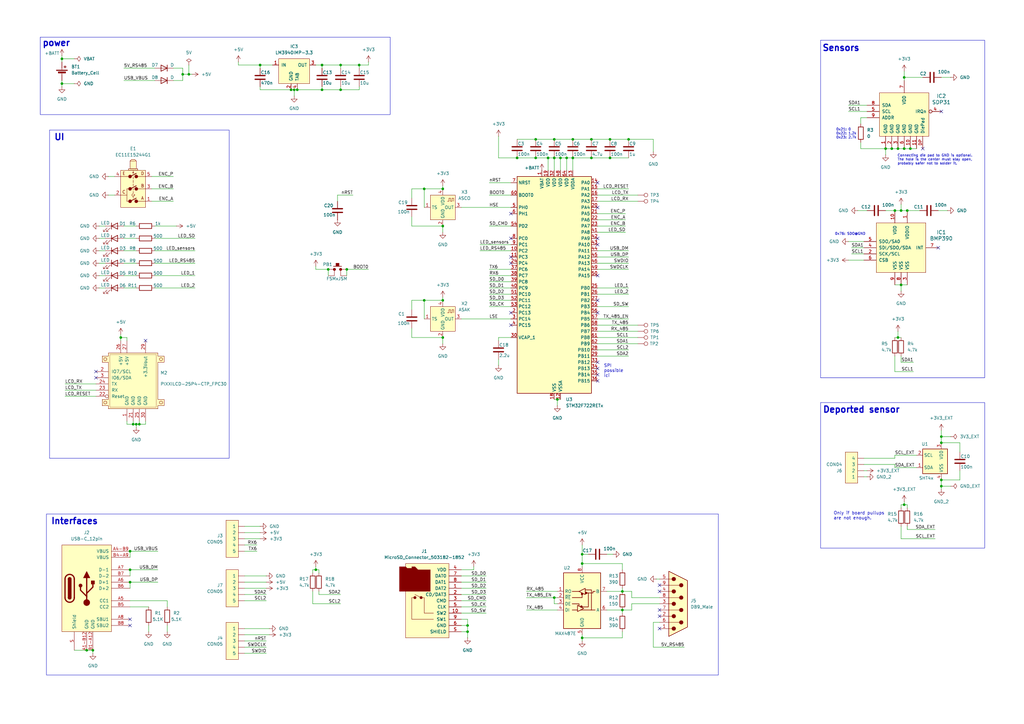
<source format=kicad_sch>
(kicad_sch (version 20231120) (generator "eeschema") (generator_version "8.0")
  (paper "A3")
  (junction (at 181.61 138.43))
  (junction (at 234.95 57.15))
  (junction (at 224.79 64.77))
  (junction (at 386.08 199.39))
  (junction (at 386.08 181.61))
  (junction (at 363.22 60.96))
  (junction (at 147.32 26.67))
  (junction (at 53.34 226.06))
  (junction (at 54.61 173.99))
  (junction (at 255.27 250.19))
  (junction (at 173.99 123.19))
  (junction (at 134.62 110.49))
  (junction (at 372.11 86.36))
  (junction (at 191.77 259.08))
  (junction (at 49.53 138.43))
  (junction (at 250.19 57.15))
  (junction (at 106.68 26.67))
  (junction (at 234.95 64.77))
  (junction (at 370.84 31.75))
  (junction (at 219.71 64.77))
  (junction (at 238.76 227.33))
  (junction (at 255.27 242.57))
  (junction (at 219.71 57.15))
  (junction (at 139.7 36.83))
  (junction (at 370.84 207.01))
  (junction (at 238.76 231.14))
  (junction (at 232.41 64.77))
  (junction (at 227.33 64.77))
  (junction (at 120.65 36.83))
  (junction (at 181.61 77.47))
  (junction (at 386.08 196.85))
  (junction (at 369.57 86.36))
  (junction (at 38.1 266.7))
  (junction (at 242.57 64.77))
  (junction (at 35.56 266.7))
  (junction (at 25.4 34.29))
  (junction (at 257.81 57.15))
  (junction (at 132.08 36.83))
  (junction (at 181.61 92.71))
  (junction (at 229.87 64.77))
  (junction (at 173.99 77.47))
  (junction (at 212.09 64.77))
  (junction (at 53.34 233.68))
  (junction (at 227.33 245.11))
  (junction (at 74.93 30.48))
  (junction (at 57.15 173.99))
  (junction (at 25.4 24.13))
  (junction (at 367.03 86.36))
  (junction (at 53.34 238.76))
  (junction (at 139.7 26.67))
  (junction (at 369.57 116.84))
  (junction (at 242.57 57.15))
  (junction (at 129.54 233.68))
  (junction (at 368.3 60.96))
  (junction (at 238.76 261.62))
  (junction (at 386.08 179.07))
  (junction (at 228.6 163.83))
  (junction (at 142.24 110.49))
  (junction (at 77.47 30.48))
  (junction (at 370.84 60.96))
  (junction (at 55.88 173.99))
  (junction (at 119.38 36.83))
  (junction (at 191.77 256.54))
  (junction (at 121.92 36.83))
  (junction (at 365.76 60.96))
  (junction (at 250.19 64.77))
  (junction (at 373.38 60.96))
  (junction (at 227.33 57.15))
  (junction (at 368.3 138.43))
  (junction (at 181.61 123.19))
  (junction (at 132.08 26.67))
  (no_connect (at 59.69 139.7))
  (no_connect (at 245.11 148.59))
  (no_connect (at 245.11 153.67))
  (no_connect (at 245.11 123.19))
  (no_connect (at 245.11 113.03))
  (no_connect (at 384.81 101.6))
  (no_connect (at 209.55 87.63))
  (no_connect (at 39.37 154.94))
  (no_connect (at 209.55 107.95))
  (no_connect (at 270.51 240.03))
  (no_connect (at 209.55 128.27))
  (no_connect (at 245.11 128.27))
  (no_connect (at 245.11 97.79))
  (no_connect (at 53.34 254))
  (no_connect (at 245.11 156.21))
  (no_connect (at 270.51 252.73))
  (no_connect (at 53.34 256.54))
  (no_connect (at 378.46 60.96))
  (no_connect (at 245.11 74.93))
  (no_connect (at 270.51 250.19))
  (no_connect (at 386.08 45.72))
  (no_connect (at 270.51 257.81))
  (no_connect (at 209.55 97.79))
  (no_connect (at 245.11 85.09))
  (no_connect (at 39.37 152.4))
  (no_connect (at 245.11 151.13))
  (no_connect (at 209.55 105.41))
  (no_connect (at 270.51 242.57))
  (no_connect (at 209.55 133.35))
  (no_connect (at 245.11 100.33))
  (wire (pts (xy 353.06 60.96) (xy 363.22 60.96)))
  (wire (pts (xy 386.08 31.75) (xy 389.89 31.75)))
  (wire (pts (xy 181.61 121.92) (xy 181.61 123.19)))
  (wire (pts (xy 245.11 130.81) (xy 257.81 130.81)))
  (wire (pts (xy 267.97 57.15) (xy 257.81 57.15)))
  (wire (pts (xy 128.27 242.57) (xy 128.27 247.65)))
  (wire (pts (xy 173.99 77.47) (xy 181.61 77.47)))
  (wire (pts (xy 372.11 215.9) (xy 372.11 217.17)))
  (wire (pts (xy 181.61 76.2) (xy 181.61 77.47)))
  (wire (pts (xy 200.66 125.73) (xy 209.55 125.73)))
  (wire (pts (xy 354.33 187.96) (xy 367.03 187.96)))
  (wire (pts (xy 189.23 254) (xy 191.77 254)))
  (wire (pts (xy 128.27 234.95) (xy 128.27 233.68)))
  (wire (pts (xy 142.24 110.49) (xy 151.13 110.49)))
  (wire (pts (xy 250.19 64.77) (xy 257.81 64.77)))
  (wire (pts (xy 369.57 86.36) (xy 372.11 86.36)))
  (wire (pts (xy 120.65 36.83) (xy 120.65 39.37)))
  (wire (pts (xy 132.08 36.83) (xy 139.7 36.83)))
  (wire (pts (xy 386.08 181.61) (xy 393.7 181.61)))
  (wire (pts (xy 200.66 92.71) (xy 209.55 92.71)))
  (wire (pts (xy 35.56 266.7) (xy 38.1 266.7)))
  (wire (pts (xy 132.08 26.67) (xy 132.08 27.94)))
  (wire (pts (xy 189.23 241.3) (xy 199.39 241.3)))
  (wire (pts (xy 40.64 113.03) (xy 43.18 113.03)))
  (wire (pts (xy 147.32 26.67) (xy 147.32 27.94)))
  (wire (pts (xy 68.58 256.54) (xy 68.58 259.08)))
  (wire (pts (xy 200.66 80.01) (xy 209.55 80.01)))
  (wire (pts (xy 40.64 97.79) (xy 43.18 97.79)))
  (wire (pts (xy 59.69 172.72) (xy 59.69 173.99)))
  (wire (pts (xy 71.12 27.94) (xy 74.93 27.94)))
  (wire (pts (xy 204.47 138.43) (xy 204.47 139.7)))
  (wire (pts (xy 173.99 77.47) (xy 173.99 85.09)))
  (wire (pts (xy 50.8 102.87) (xy 55.88 102.87)))
  (wire (pts (xy 189.23 236.22) (xy 199.39 236.22)))
  (wire (pts (xy 386.08 176.53) (xy 386.08 179.07)))
  (wire (pts (xy 245.11 146.05) (xy 257.81 146.05)))
  (wire (pts (xy 386.08 179.07) (xy 386.08 181.61)))
  (wire (pts (xy 63.5 107.95) (xy 80.01 107.95)))
  (wire (pts (xy 370.84 60.96) (xy 373.38 60.96)))
  (wire (pts (xy 200.66 74.93) (xy 209.55 74.93)))
  (wire (pts (xy 191.77 259.08) (xy 191.77 256.54)))
  (wire (pts (xy 147.32 26.67) (xy 151.13 26.67)))
  (wire (pts (xy 62.23 72.39) (xy 71.12 72.39)))
  (wire (pts (xy 245.11 140.97) (xy 261.62 140.97)))
  (wire (pts (xy 144.78 80.01) (xy 138.43 80.01)))
  (wire (pts (xy 138.43 80.01) (xy 138.43 82.55)))
  (wire (pts (xy 53.34 226.06) (xy 64.77 226.06)))
  (wire (pts (xy 351.79 86.36) (xy 355.6 86.36)))
  (wire (pts (xy 204.47 64.77) (xy 212.09 64.77)))
  (wire (pts (xy 227.33 64.77) (xy 229.87 64.77)))
  (wire (pts (xy 245.11 120.65) (xy 257.81 120.65)))
  (wire (pts (xy 49.53 137.16) (xy 49.53 138.43)))
  (wire (pts (xy 386.08 199.39) (xy 389.89 199.39)))
  (wire (pts (xy 374.65 148.59) (xy 369.57 148.59)))
  (wire (pts (xy 128.27 233.68) (xy 129.54 233.68)))
  (wire (pts (xy 134.62 110.49) (xy 134.62 113.03)))
  (wire (pts (xy 173.99 123.19) (xy 173.99 130.81)))
  (wire (pts (xy 105.41 223.52) (xy 100.33 223.52)))
  (wire (pts (xy 259.08 250.19) (xy 259.08 247.65)))
  (wire (pts (xy 57.15 172.72) (xy 57.15 173.99)))
  (wire (pts (xy 189.23 233.68) (xy 194.31 233.68)))
  (wire (pts (xy 50.8 113.03) (xy 55.88 113.03)))
  (wire (pts (xy 232.41 64.77) (xy 232.41 69.85)))
  (wire (pts (xy 130.81 243.84) (xy 139.7 243.84)))
  (wire (pts (xy 229.87 64.77) (xy 232.41 64.77)))
  (wire (pts (xy 63.5 118.11) (xy 80.01 118.11)))
  (wire (pts (xy 63.5 102.87) (xy 80.01 102.87)))
  (wire (pts (xy 270.51 245.11) (xy 259.08 245.11)))
  (wire (pts (xy 106.68 26.67) (xy 106.68 27.94)))
  (wire (pts (xy 151.13 25.4) (xy 151.13 26.67)))
  (wire (pts (xy 200.66 113.03) (xy 209.55 113.03)))
  (wire (pts (xy 354.33 190.5) (xy 367.03 190.5)))
  (wire (pts (xy 50.8 33.02) (xy 63.5 33.02)))
  (wire (pts (xy 74.93 30.48) (xy 77.47 30.48)))
  (wire (pts (xy 368.3 135.89) (xy 368.3 138.43)))
  (wire (pts (xy 129.54 109.22) (xy 129.54 110.49)))
  (wire (pts (xy 267.97 255.27) (xy 270.51 255.27)))
  (wire (pts (xy 386.08 199.39) (xy 386.08 200.66)))
  (wire (pts (xy 196.85 100.33) (xy 209.55 100.33)))
  (wire (pts (xy 74.93 33.02) (xy 71.12 33.02)))
  (wire (pts (xy 250.19 57.15) (xy 257.81 57.15)))
  (wire (pts (xy 255.27 250.19) (xy 259.08 250.19)))
  (wire (pts (xy 52.07 138.43) (xy 49.53 138.43)))
  (wire (pts (xy 363.22 60.96) (xy 363.22 63.5)))
  (wire (pts (xy 97.79 26.67) (xy 106.68 26.67)))
  (wire (pts (xy 215.9 250.19) (xy 228.6 250.19)))
  (wire (pts (xy 370.84 207.01) (xy 370.84 205.74)))
  (wire (pts (xy 173.99 123.19) (xy 181.61 123.19)))
  (wire (pts (xy 354.33 193.04) (xy 355.6 193.04)))
  (wire (pts (xy 189.23 243.84) (xy 199.39 243.84)))
  (wire (pts (xy 386.08 196.85) (xy 386.08 199.39)))
  (wire (pts (xy 25.4 34.29) (xy 30.48 34.29)))
  (wire (pts (xy 238.76 223.52) (xy 238.76 227.33)))
  (wire (pts (xy 168.91 134.62) (xy 168.91 138.43)))
  (wire (pts (xy 227.33 163.83) (xy 228.6 163.83)))
  (wire (pts (xy 50.8 107.95) (xy 55.88 107.95)))
  (wire (pts (xy 363.22 60.96) (xy 365.76 60.96)))
  (wire (pts (xy 53.34 246.38) (xy 68.58 246.38)))
  (wire (pts (xy 50.8 27.94) (xy 63.5 27.94)))
  (wire (pts (xy 74.93 27.94) (xy 74.93 30.48)))
  (wire (pts (xy 372.11 208.28) (xy 372.11 207.01)))
  (wire (pts (xy 106.68 36.83) (xy 119.38 36.83)))
  (wire (pts (xy 238.76 260.35) (xy 238.76 261.62)))
  (wire (pts (xy 60.96 256.54) (xy 60.96 259.08)))
  (wire (pts (xy 267.97 62.23) (xy 267.97 57.15)))
  (wire (pts (xy 204.47 55.88) (xy 204.47 64.77)))
  (wire (pts (xy 196.85 102.87) (xy 209.55 102.87)))
  (wire (pts (xy 26.67 157.48) (xy 39.37 157.48)))
  (wire (pts (xy 369.57 207.01) (xy 370.84 207.01)))
  (wire (pts (xy 168.91 138.43) (xy 181.61 138.43)))
  (wire (pts (xy 245.11 135.89) (xy 261.62 135.89)))
  (wire (pts (xy 189.23 246.38) (xy 199.39 246.38)))
  (wire (pts (xy 53.34 233.68) (xy 53.34 236.22)))
  (wire (pts (xy 129.54 233.68) (xy 129.54 232.41)))
  (wire (pts (xy 49.53 138.43) (xy 49.53 139.7)))
  (wire (pts (xy 347.98 106.68) (xy 354.33 106.68)))
  (wire (pts (xy 109.22 265.43) (xy 100.33 265.43)))
  (wire (pts (xy 372.11 86.36) (xy 377.19 86.36)))
  (wire (pts (xy 245.11 118.11) (xy 257.81 118.11)))
  (wire (pts (xy 62.23 82.55) (xy 71.12 82.55)))
  (wire (pts (xy 245.11 82.55) (xy 261.62 82.55)))
  (wire (pts (xy 245.11 87.63) (xy 256.54 87.63)))
  (wire (pts (xy 200.66 110.49) (xy 209.55 110.49)))
  (wire (pts (xy 255.27 231.14) (xy 255.27 233.68)))
  (wire (pts (xy 245.11 138.43) (xy 261.62 138.43)))
  (wire (pts (xy 349.25 101.6) (xy 354.33 101.6)))
  (wire (pts (xy 369.57 215.9) (xy 369.57 220.98)))
  (wire (pts (xy 139.7 36.83) (xy 147.32 36.83)))
  (wire (pts (xy 215.9 242.57) (xy 228.6 242.57)))
  (wire (pts (xy 106.68 35.56) (xy 106.68 36.83)))
  (wire (pts (xy 110.49 257.81) (xy 100.33 257.81)))
  (wire (pts (xy 189.23 238.76) (xy 199.39 238.76)))
  (wire (pts (xy 38.1 266.7) (xy 38.1 267.97)))
  (wire (pts (xy 53.34 238.76) (xy 64.77 238.76)))
  (wire (pts (xy 372.11 217.17) (xy 383.54 217.17)))
  (wire (pts (xy 234.95 64.77) (xy 234.95 69.85)))
  (wire (pts (xy 234.95 57.15) (xy 242.57 57.15)))
  (wire (pts (xy 55.88 173.99) (xy 57.15 173.99)))
  (wire (pts (xy 59.69 173.99) (xy 57.15 173.99)))
  (wire (pts (xy 224.79 64.77) (xy 227.33 64.77)))
  (wire (pts (xy 393.7 181.61) (xy 393.7 185.42)))
  (wire (pts (xy 25.4 24.13) (xy 30.48 24.13)))
  (wire (pts (xy 228.6 163.83) (xy 229.87 163.83)))
  (wire (pts (xy 245.11 105.41) (xy 257.81 105.41)))
  (wire (pts (xy 370.84 29.21) (xy 370.84 31.75)))
  (wire (pts (xy 373.38 60.96) (xy 375.92 60.96)))
  (wire (pts (xy 224.79 64.77) (xy 224.79 69.85)))
  (wire (pts (xy 349.25 104.14) (xy 354.33 104.14)))
  (wire (pts (xy 189.23 85.09) (xy 209.55 85.09)))
  (wire (pts (xy 238.76 261.62) (xy 238.76 262.89)))
  (wire (pts (xy 238.76 231.14) (xy 238.76 232.41)))
  (wire (pts (xy 30.48 266.7) (xy 35.56 266.7)))
  (wire (pts (xy 248.92 250.19) (xy 255.27 250.19)))
  (wire (pts (xy 204.47 147.32) (xy 204.47 149.86)))
  (wire (pts (xy 129.54 110.49) (xy 134.62 110.49)))
  (wire (pts (xy 245.11 80.01) (xy 261.62 80.01)))
  (wire (pts (xy 200.66 120.65) (xy 209.55 120.65)))
  (wire (pts (xy 367.03 187.96) (xy 367.03 186.69)))
  (wire (pts (xy 259.08 242.57) (xy 255.27 242.57)))
  (wire (pts (xy 25.4 22.86) (xy 25.4 24.13)))
  (wire (pts (xy 267.97 265.43) (xy 267.97 255.27)))
  (wire (pts (xy 53.34 233.68) (xy 64.77 233.68)))
  (wire (pts (xy 369.57 116.84) (xy 369.57 119.38)))
  (wire (pts (xy 245.11 133.35) (xy 261.62 133.35)))
  (wire (pts (xy 238.76 227.33) (xy 241.3 227.33)))
  (wire (pts (xy 50.8 118.11) (xy 55.88 118.11)))
  (wire (pts (xy 100.33 246.38) (xy 109.22 246.38)))
  (wire (pts (xy 200.66 115.57) (xy 209.55 115.57)))
  (wire (pts (xy 255.27 241.3) (xy 255.27 242.57)))
  (wire (pts (xy 191.77 261.62) (xy 191.77 259.08)))
  (wire (pts (xy 168.91 123.19) (xy 173.99 123.19)))
  (wire (pts (xy 365.76 60.96) (xy 368.3 60.96)))
  (wire (pts (xy 209.55 138.43) (xy 204.47 138.43)))
  (wire (pts (xy 219.71 64.77) (xy 224.79 64.77)))
  (wire (pts (xy 100.33 236.22) (xy 109.22 236.22)))
  (wire (pts (xy 189.23 251.46) (xy 199.39 251.46)))
  (wire (pts (xy 52.07 172.72) (xy 52.07 173.99)))
  (wire (pts (xy 168.91 77.47) (xy 173.99 77.47)))
  (wire (pts (xy 100.33 243.84) (xy 109.22 243.84)))
  (wire (pts (xy 106.68 26.67) (xy 111.76 26.67)))
  (wire (pts (xy 367.03 186.69) (xy 375.92 186.69)))
  (wire (pts (xy 355.6 48.26) (xy 353.06 48.26)))
  (wire (pts (xy 368.3 138.43) (xy 369.57 138.43)))
  (wire (pts (xy 50.8 97.79) (xy 55.88 97.79)))
  (wire (pts (xy 130.81 234.95) (xy 130.81 233.68)))
  (wire (pts (xy 227.33 247.65) (xy 227.33 245.11)))
  (wire (pts (xy 26.67 160.02) (xy 39.37 160.02)))
  (wire (pts (xy 109.22 262.89) (xy 100.33 262.89)))
  (wire (pts (xy 227.33 245.11) (xy 228.6 245.11)))
  (wire (pts (xy 40.64 102.87) (xy 43.18 102.87)))
  (wire (pts (xy 353.06 58.42) (xy 353.06 60.96)))
  (wire (pts (xy 26.67 162.56) (xy 39.37 162.56)))
  (wire (pts (xy 245.11 102.87) (xy 257.81 102.87)))
  (wire (pts (xy 106.68 218.44) (xy 100.33 218.44)))
  (wire (pts (xy 212.09 64.77) (xy 219.71 64.77)))
  (wire (pts (xy 63.5 97.79) (xy 80.01 97.79)))
  (wire (pts (xy 269.24 237.49) (xy 270.51 237.49)))
  (wire (pts (xy 347.98 43.18) (xy 355.6 43.18)))
  (wire (pts (xy 168.91 92.71) (xy 181.61 92.71)))
  (wire (pts (xy 44.45 80.01) (xy 46.99 80.01)))
  (wire (pts (xy 119.38 36.83) (xy 120.65 36.83)))
  (wire (pts (xy 77.47 30.48) (xy 78.74 30.48)))
  (wire (pts (xy 40.64 92.71) (xy 43.18 92.71)))
  (wire (pts (xy 132.08 35.56) (xy 132.08 36.83)))
  (wire (pts (xy 369.57 208.28) (xy 369.57 207.01)))
  (wire (pts (xy 62.23 77.47) (xy 71.12 77.47)))
  (wire (pts (xy 106.68 220.98) (xy 100.33 220.98)))
  (wire (pts (xy 139.7 26.67) (xy 139.7 27.94)))
  (wire (pts (xy 100.33 241.3) (xy 109.22 241.3)))
  (wire (pts (xy 168.91 88.9) (xy 168.91 92.71)))
  (wire (pts (xy 97.79 25.4) (xy 97.79 26.67)))
  (wire (pts (xy 242.57 64.77) (xy 250.19 64.77)))
  (wire (pts (xy 245.11 107.95) (xy 257.81 107.95)))
  (wire (pts (xy 384.81 86.36) (xy 388.62 86.36)))
  (wire (pts (xy 189.23 130.81) (xy 209.55 130.81)))
  (wire (pts (xy 248.92 227.33) (xy 251.46 227.33)))
  (wire (pts (xy 181.61 138.43) (xy 181.61 140.97)))
  (wire (pts (xy 229.87 64.77) (xy 229.87 69.85)))
  (wire (pts (xy 53.34 248.92) (xy 60.96 248.92)))
  (wire (pts (xy 130.81 233.68) (xy 129.54 233.68)))
  (wire (pts (xy 139.7 26.67) (xy 147.32 26.67)))
  (wire (pts (xy 238.76 227.33) (xy 238.76 231.14)))
  (wire (pts (xy 54.61 173.99) (xy 54.61 172.72)))
  (wire (pts (xy 378.46 31.75) (xy 370.84 31.75)))
  (wire (pts (xy 77.47 26.67) (xy 77.47 30.48)))
  (wire (pts (xy 50.8 92.71) (xy 55.88 92.71)))
  (wire (pts (xy 255.27 250.19) (xy 255.27 251.46)))
  (wire (pts (xy 44.45 72.39) (xy 46.99 72.39)))
  (wire (pts (xy 132.08 26.67) (xy 139.7 26.67)))
  (wire (pts (xy 100.33 238.76) (xy 109.22 238.76)))
  (wire (pts (xy 245.11 110.49) (xy 257.81 110.49)))
  (wire (pts (xy 128.27 247.65) (xy 139.7 247.65)))
  (wire (pts (xy 53.34 226.06) (xy 53.34 228.6)))
  (wire (pts (xy 234.95 64.77) (xy 242.57 64.77)))
  (wire (pts (xy 181.61 92.71) (xy 181.61 95.25)))
  (wire (pts (xy 347.98 45.72) (xy 355.6 45.72)))
  (wire (pts (xy 74.93 30.48) (xy 74.93 33.02)))
  (wire (pts (xy 142.24 113.03) (xy 142.24 110.49)))
  (wire (pts (xy 40.64 118.11) (xy 43.18 118.11)))
  (wire (pts (xy 168.91 127) (xy 168.91 123.19)))
  (wire (pts (xy 191.77 256.54) (xy 189.23 256.54)))
  (wire (pts (xy 219.71 57.15) (xy 227.33 57.15)))
  (wire (pts (xy 120.65 36.83) (xy 121.92 36.83)))
  (wire (pts (xy 367.03 116.84) (xy 369.57 116.84)))
  (wire (pts (xy 386.08 179.07) (xy 389.89 179.07)))
  (wire (pts (xy 109.22 267.97) (xy 100.33 267.97)))
  (wire (pts (xy 147.32 35.56) (xy 147.32 36.83)))
  (wire (pts (xy 259.08 247.65) (xy 270.51 247.65)))
  (wire (pts (xy 40.64 107.95) (xy 43.18 107.95)))
  (wire (pts (xy 374.65 152.4) (xy 367.03 152.4)))
  (wire (pts (xy 354.33 195.58) (xy 355.6 195.58)))
  (wire (pts (xy 54.61 173.99) (xy 55.88 173.99)))
  (wire (pts (xy 370.84 31.75) (xy 370.84 33.02)))
  (wire (pts (xy 245.11 143.51) (xy 257.81 143.51)))
  (wire (pts (xy 105.41 226.06) (xy 100.33 226.06)))
  (wire (pts (xy 347.98 99.06) (xy 354.33 99.06)))
  (wire (pts (xy 245.11 77.47) (xy 257.81 77.47)))
  (wire (pts (xy 215.9 245.11) (xy 227.33 245.11)))
  (wire (pts (xy 228.6 163.83) (xy 228.6 166.37)))
  (wire (pts (xy 189.23 259.08) (xy 191.77 259.08)))
  (wire (pts (xy 129.54 26.67) (xy 132.08 26.67)))
  (wire (pts (xy 191.77 254) (xy 191.77 256.54)))
  (wire (pts (xy 245.11 125.73) (xy 257.81 125.73)))
  (wire (pts (xy 52.07 139.7) (xy 52.07 138.43)))
  (wire (pts (xy 110.49 260.35) (xy 100.33 260.35)))
  (wire (pts (xy 139.7 35.56) (xy 139.7 36.83)))
  (wire (pts (xy 212.09 57.15) (xy 219.71 57.15)))
  (wire (pts (xy 25.4 34.29) (xy 25.4 35.56)))
  (wire (pts (xy 245.11 92.71) (xy 256.54 92.71)))
  (wire (pts (xy 369.57 220.98) (xy 383.54 220.98)))
  (wire (pts (xy 228.6 247.65) (xy 227.33 247.65)))
  (wire (pts (xy 25.4 33.02) (xy 25.4 34.29)))
  (wire (pts (xy 248.92 242.57) (xy 255.27 242.57)))
  (wire (pts (xy 52.07 173.99) (xy 54.61 173.99)))
  (wire (pts (xy 238.76 231.14) (xy 255.27 231.14)))
  (wire (pts (xy 255.27 261.62) (xy 238.76 261.62)))
  (wire (pts (xy 245.11 95.25) (xy 256.54 95.25)))
  (wire (pts (xy 232.41 64.77) (xy 234.95 64.77)))
  (wire (pts (xy 200.66 118.11) (xy 209.55 118.11)))
  (wire (pts (xy 227.33 57.15) (xy 234.95 57.15)))
  (wire (pts (xy 280.67 265.43) (xy 267.97 265.43)))
  (wire (pts (xy 369.57 83.82) (xy 369.57 86.36)))
  (wire (pts (xy 68.58 246.38) (xy 68.58 248.92)))
  (wire (pts (xy 189.23 248.92) (xy 199.39 248.92)))
  (wire (pts (xy 367.03 191.77) (xy 375.92 191.77)))
  (wire (pts (xy 259.08 245.11) (xy 259.08 242.57)))
  (wire (pts (xy 242.57 57.15) (xy 250.19 57.15)))
  (wire (pts (xy 227.33 64.77) (xy 227.33 69.85)))
  (wire (pts (xy 194.31 233.68) (xy 194.31 232.41)))
  (wire (pts (xy 245.11 90.17) (xy 256.54 90.17)))
  (wire (pts (xy 53.34 238.76) (xy 53.34 241.3)))
  (wire (pts (xy 363.22 86.36) (xy 367.03 86.36)))
  (wire (pts (xy 132.08 36.83) (xy 121.92 36.83)))
  (wire (pts (xy 200.66 123.19) (xy 209.55 123.19)))
  (wire (pts (xy 367.03 190.5) (xy 367.03 191.77)))
  (wire (pts (xy 368.3 60.96) (xy 370.84 60.96)))
  (wire (pts (xy 367.03 152.4) (xy 367.03 146.05)))
  (wire (pts (xy 106.68 215.9) (xy 100.33 215.9)))
  (wire (pts (xy 367.03 138.43) (xy 368.3 138.43)))
  (wire (pts (xy 63.5 113.03) (xy 80.01 113.03)))
  (wire (pts (xy 386.08 196.85) (xy 393.7 196.85)))
  (wire (pts (xy 55.88 173.99) (xy 55.88 175.26)))
  (wire (pts (xy 372.11 207.01) (xy 370.84 207.01)))
  (wire (pts (xy 353.06 48.26) (xy 353.06 50.8)))
  (wire (pts (xy 63.5 92.71) (xy 72.39 92.71)))
  (wire (pts (xy 393.7 196.85) (xy 393.7 193.04)))
  (wire (pts (xy 168.91 81.28) (xy 168.91 77.47)))
  (wire (pts (xy 369.57 116.84) (xy 372.11 116.84)))
  (wire (pts (xy 369.57 146.05) (xy 369.57 148.59)))
  (wire (pts (xy 255.27 259.08) (xy 255.27 261.62)))
  (wire (pts (xy 130.81 242.57) (xy 130.81 243.84)))
  (wire (pts (xy 25.4 24.13) (xy 25.4 25.4)))
  (wire (pts (xy 367.03 86.36) (xy 369.57 86.36)))
  (rectangle (start 20.32 53.34) (end 93.98 187.96))
  (rectangle (start 16.51 15.24) (end 160.02 46.99))
  (rectangle (start 336.55 16.51) (end 403.86 154.94))
  (rectangle (start 19.05 210.82) (end 294.64 276.86))
  (rectangle (start 336.55 165.1) (end 403.86 224.79))
  (text "Connecting die pad to GND is optional.\nThe hole is the center must stay open,\nprobably safer not to solder it." (at 368.046 65.532 0) (effects (font (size 1.016 1.016)) (justify left)))
  (text "Interfaces" (at 20.828 213.868 0) (effects (font (size 2.54 2.54) (thickness 0.508) (bold yes)) (justify left)))
  (text "Only if board pullups\nare not enough." (at 341.884 211.582 0) (effects (font (size 1.27 1.27)) (justify left)))
  (text "0x76: SDO@GND" (at 342.392 96.012 0) (effects (font (size 1.016 1.016)) (justify left)))
  (text "SPI\npossible\nici" (at 247.65 152.146 0) (effects (font (size 1.27 1.27)) (justify left)))
  (text "0x21: 0\n0x22: 1.2k\n0x23: 2.7k" (at 342.9 54.864 0) (effects (font (size 1.016 1.016)) (justify left)))
  (text "Sensors" (at 344.932 19.812 0) (effects (font (size 2.54 2.54) (thickness 0.508) (bold yes))))
  (text "UI" (at 22.098 56.388 0) (effects (font (size 2.54 2.54) (thickness 0.508) (bold yes)) (justify left)))
  (text "Deported sensor" (at 353.314 168.148 0) (effects (font (size 2.54 2.54) (thickness 0.508) (bold yes))))
  (text "power" (at 17.272 17.78 0) (effects (font (size 2.54 2.54) (thickness 0.508) (bold yes)) (justify left)))
  (label "SD_D3" (at 199.39 243.84 180))
  (label "LED_1" (at 257.81 118.11 180))
  (label "LED_1" (at 80.01 113.03 180))
  (label "LED_2" (at 80.01 118.11 180))
  (label "SCL1" (at 257.81 138.43 180))
  (label "SDA2" (at 257.81 146.05 180))
  (label "LED_sensors" (at 80.01 102.87 180))
  (label "SD_SW" (at 257.81 125.73 180))
  (label "LCD_RX" (at 26.67 157.48 0))
  (label "5V_RS485" (at 280.67 265.43 180))
  (label "ENC_B" (at 71.12 77.47 180))
  (label "RX_485" (at 215.9 242.57 0))
  (label "SDA1" (at 257.81 140.97 180))
  (label "SD_CMD" (at 199.39 246.38 180))
  (label "SDA1" (at 349.25 101.6 0))
  (label "SCL1" (at 349.25 104.14 0))
  (label "SD_CMD" (at 200.66 92.71 0))
  (label "nRST" (at 144.78 80.01 180))
  (label "SWDCLK" (at 109.22 265.43 180))
  (label "5V_RS485" (at 50.8 27.94 0))
  (label "ENC_A" (at 256.54 90.17 180))
  (label "SDA2" (at 109.22 243.84 180))
  (label "SDA_EXT" (at 367.03 191.77 0))
  (label "SCL1" (at 347.98 45.72 0))
  (label "SD_D3" (at 200.66 123.19 0))
  (label "TX_485" (at 215.9 250.19 0))
  (label "LCD_TX" (at 257.81 80.01 180))
  (label "LED_RS485" (at 80.01 107.95 180))
  (label "USB_DM" (at 257.81 102.87 180))
  (label "USB_VBUS" (at 50.8 33.02 0))
  (label "USB_DM" (at 64.77 233.68 180))
  (label "TX_485" (at 257.81 133.35 180))
  (label "SCL2" (at 257.81 143.51 180))
  (label "LCD_TX" (at 26.67 160.02 0))
  (label "BOOT0" (at 151.13 110.49 180))
  (label "SD_D2" (at 199.39 241.3 180))
  (label "SCL_EXT" (at 367.03 186.69 0))
  (label "HSE" (at 200.66 85.09 0))
  (label "TX6" (at 200.66 110.49 0))
  (label "SCL1" (at 374.65 152.4 180))
  (label "SD_CK" (at 200.66 125.73 0))
  (label "ENC_A" (at 71.12 82.55 180))
  (label "LED_sensors" (at 196.85 100.33 0))
  (label "LSE" (at 200.66 130.81 0))
  (label "nRST" (at 109.22 262.89 180))
  (label "SDA1" (at 347.98 43.18 0))
  (label "SD_D1" (at 200.66 118.11 0))
  (label "SD_D2" (at 200.66 120.65 0))
  (label "SWDIO" (at 257.81 107.95 180))
  (label "LED_2" (at 257.81 120.65 180))
  (label "RX6" (at 200.66 113.03 0))
  (label "SD_D0" (at 200.66 115.57 0))
  (label "SDA1" (at 374.65 148.59 180))
  (label "LED_SD" (at 80.01 97.79 180))
  (label "SWDCLK" (at 257.81 110.49 180))
  (label "USB_DP" (at 257.81 105.41 180))
  (label "SDA_EXT" (at 383.54 217.17 180))
  (label "SD_D1" (at 199.39 238.76 180))
  (label "TX_485_EN" (at 215.9 245.11 0))
  (label "ENC_P" (at 71.12 72.39 180))
  (label "SCL2" (at 109.22 246.38 180))
  (label "USB_VBUS" (at 64.77 226.06 180))
  (label "USB_DP" (at 64.77 238.76 180))
  (label "SCL2" (at 139.7 247.65 180))
  (label "LCD_RESET" (at 257.81 77.47 180))
  (label "ENC_B" (at 256.54 92.71 180))
  (label "LED_RS485" (at 196.85 102.87 0))
  (label "RX_485" (at 257.81 135.89 180))
  (label "SD_CK" (at 199.39 248.92 180))
  (label "LED_SD" (at 256.54 95.25 180))
  (label "LCD_RX" (at 257.81 82.55 180))
  (label "SWDIO" (at 109.22 267.97 180))
  (label "LCD_RESET" (at 26.67 162.56 0))
  (label "TX_485_EN" (at 257.81 130.81 180))
  (label "SD_D0" (at 199.39 236.22 180))
  (label "ENC_P" (at 256.54 87.63 180))
  (label "TX6" (at 105.41 226.06 180))
  (label "BOOT0" (at 200.66 80.01 0))
  (label "nRST" (at 200.66 74.93 0))
  (label "SDA2" (at 139.7 243.84 180))
  (label "SD_SW" (at 199.39 251.46 180))
  (label "SCL_EXT" (at 383.54 220.98 180))
  (label "RX6" (at 105.41 223.52 180))
  (symbol (lib_id "power:GND") (at 369.57 119.38 0) (unit 1)
    (property "Reference" "#PWR025" (effects (hide yes)))
    (property "Value" "GND" (at 369.57 124.46 0))
    (property "Description" "Power symbol creates a global label with name \"GND\" , ground" (effects (hide yes)))
  )
  (symbol (lib_id "Device:R") (at 372.11 212.09 0) (unit 1)
    (property "Reference" "R16" (at 374.65 210.8199 0) (effects (justify left)))
    (property "Value" "4.7k" (at 374.65 213.3599 0) (effects (justify left)))
    (property "Footprint" "Resistor_SMD:R_0603_1608Metric" (effects (hide yes)))
    (property "Description" "Resistor" (effects (hide yes)))
  )
  (symbol (lib_id "power:GND") (at 181.61 95.25 0) (unit 1)
    (property "Reference" "#PWR060" (effects (hide yes)))
    (property "Value" "GND" (at 181.61 100.33 0))
    (property "Description" "Power symbol creates a global label with name \"GND\" , ground" (effects (hide yes)))
  )
  (symbol (lib_id "Device:LED") (at 46.99 107.95 0) (unit 1)
    (property "Reference" "D4" (at 50.292 106.934 0))
    (property "Value" "LED" (at 43.18 106.68 0))
    (property "Footprint" "LED_SMD:LED_0603_1608Metric" (effects (hide yes)))
    (property "Description" "Light emitting diode" (effects (hide yes)))
  )
  (symbol (lib_id "power:PWR_FLAG") (at 389.89 179.07 270) (unit 1)
    (property "Reference" "#FLG03" (effects (hide yes)))
    (property "Value" "3V3_EXT" (at 393.7 179.0699 90) (effects (justify left)))
    (property "Description" "Special symbol for telling ERC where power comes from" (effects (hide yes)))
  )
  (symbol (lib_id "Device:R") (at 59.69 118.11 90) (unit 1)
    (property "Reference" "R11" (at 54.356 117.094 90))
    (property "Value" "500" (at 64.77 117.094 90))
    (property "Footprint" "Resistor_SMD:R_0603_1608Metric" (effects (hide yes)))
    (property "Description" "Resistor" (effects (hide yes)))
  )
  (symbol (lib_id "power:+3V3") (at 109.22 241.3 270) (mirror x) (unit 1)
    (property "Reference" "#PWR015" (effects (hide yes)))
    (property "Value" "+3V3" (at 113.03 241.2999 90) (effects (justify left)))
    (property "Description" "Power symbol creates a global label with name \"+3V3\"" (effects (hide yes)))
  )
  (symbol (lib_id "power:GND") (at 110.49 257.81 90) (mirror x) (unit 1)
    (property "Reference" "#PWR017" (effects (hide yes)))
    (property "Value" "GND" (at 114.3 257.81 90) (effects (justify right)))
  )
  (symbol (lib_id "power:PWR_FLAG") (at 389.89 199.39 270) (unit 1)
    (property "Reference" "#FLG05" (effects (hide yes)))
    (property "Value" "GND_EXT" (at 393.7 199.3899 90) (effects (justify left)))
    (property "Description" "Special symbol for telling ERC where power comes from" (effects (hide yes)))
  )
  (symbol (lib_id "power:GND") (at 44.45 80.01 270) (unit 1)
    (property "Reference" "#PWR041" (effects (hide yes)))
    (property "Value" "GND" (at 40.64 80.0099 90) (effects (justify right)))
  )
  (symbol (lib_id "power:+BATT") (at 222.25 69.85 0) (unit 1)
    (property "Reference" "#PWR07" (effects (hide yes)))
    (property "Value" "+BATT" (at 218.186 68.834 0))
    (property "Description" "Power symbol creates a global label with name \"+BATT\"" (effects (hide yes)))
  )
  (symbol (lib_id "power:GND") (at 106.68 215.9 90) (mirror x) (unit 1)
    (property "Reference" "#PWR014" (effects (hide yes)))
    (property "Value" "GND" (at 110.49 215.9 90) (effects (justify right)))
  )
  (symbol (lib_id "_GRZ_Switches:EC11E15244G1") (at 54.61 77.47 0) (unit 1)
    (property "Reference" "E1" (at 54.61 60.96 0))
    (property "Value" "EC11E15244G1" (at 54.61 63.5 0))
    (property "Footprint" "_Switches_GRZ:EC11E15244G1" (effects (hide yes)))
  )
  (symbol (lib_id "Device:C") (at 204.47 143.51 0) (unit 1)
    (property "Reference" "C18" (at 204.724 141.478 0) (effects (justify left)))
    (property "Value" "2.2u" (at 204.724 145.796 0) (effects (justify left)))
    (property "Footprint" "Capacitor_SMD:C_0603_1608Metric" (effects (hide yes)))
    (property "Description" "Unpolarized capacitor" (effects (hide yes)))
  )
  (symbol (lib_id "Device:R") (at 59.69 107.95 90) (unit 1)
    (property "Reference" "R9" (at 54.356 106.934 90))
    (property "Value" "500" (at 64.77 106.934 90))
    (property "Footprint" "Resistor_SMD:R_0603_1608Metric" (effects (hide yes)))
    (property "Description" "Resistor" (effects (hide yes)))
  )
  (symbol (lib_id "Device:C") (at 132.08 31.75 0) (unit 1)
    (property "Reference" "C13" (at 132.334 29.718 0) (effects (justify left)))
    (property "Value" "10u" (at 132.334 34.036 0) (effects (justify left)))
    (property "Footprint" "Capacitor_SMD:C_0603_1608Metric" (effects (hide yes)))
    (property "Description" "Unpolarized capacitor" (effects (hide yes)))
  )
  (symbol (lib_id "Device:D") (at 67.31 33.02 180) (unit 1)
    (property "Reference" "D8" (at 63.5 31.75 0))
    (property "Value" "D" (at 70.612 31.75 0))
    (property "Footprint" "_Diodes_GRZ:PMEG2010EB" (effects (hide yes)))
    (property "Description" "Diode" (effects (hide yes)))
    (property "Sim.Device" "D" (effects (hide yes)))
    (property "Sim.Pins" "1=K 2=A" (effects (hide yes)))
  )
  (symbol (lib_id "power:GND") (at 191.77 261.62 0) (mirror y) (unit 1)
    (property "Reference" "#PWR019" (effects (hide yes)))
    (property "Value" "GND" (at 191.77 266.7 0))
  )
  (symbol (lib_id "_GRZ_Connectors:DB9_Male") (at 278.13 247.65 0) (unit 1)
    (property "Reference" "J5" (at 283.21 246.3799 0) (effects (justify left)))
    (property "Value" "DB9_Male" (at 283.21 248.9199 0) (effects (justify left)))
    (property "Footprint" "Connector_Dsub:DSUB-9_Male_Horizontal_P2.77x2.84mm_EdgePinOffset7.70mm_Housed_MountingHolesOffset9.12mm" (effects (hide yes)))
    (property "Datasheet" " ~" (effects (hide yes)))
    (property "Description" "9-pin male D-SUB connector" (effects (hide yes)))
  )
  (symbol (lib_id "Connector:TestPoint") (at 261.62 133.35 270) (unit 1)
    (property "Reference" "TP5" (at 266.7 133.35 90) (effects (justify left)))
    (property "Value" "TestPoint" (effects (hide yes)))
    (property "Footprint" "TestPoint:TestPoint_Pad_D2.0mm" (effects (hide yes)))
    (property "Description" "test point" (effects (hide yes)))
  )
  (symbol (lib_id "power:+3V3") (at 129.54 109.22 0) (unit 1)
    (property "Reference" "#PWR049" (effects (hide yes)))
    (property "Value" "+3V3" (at 129.54 104.14 0))
    (property "Description" "Power symbol creates a global label with name \"+3V3\"" (effects (hide yes)))
  )
  (symbol (lib_id "power:+3V3") (at 370.84 29.21 0) (unit 1)
    (property "Reference" "#PWR04" (effects (hide yes)))
    (property "Value" "+3V3" (at 370.84 24.13 0))
    (property "Description" "Power symbol creates a global label with name \"+3V3\"" (effects (hide yes)))
  )
  (symbol (lib_id "power:+BATT") (at 25.4 22.86 0) (unit 1)
    (property "Reference" "#PWR09" (effects (hide yes)))
    (property "Value" "+BATT" (at 21.336 21.844 0))
    (property "Description" "Power symbol creates a global label with name \"+BATT\"" (effects (hide yes)))
  )
  (symbol (lib_id "power:GND") (at 60.96 259.08 0) (unit 1)
    (property "Reference" "#PWR059" (effects (hide yes)))
    (property "Value" "GND" (at 60.96 264.16 0))
    (property "Description" "Power symbol creates a global label with name \"GND\" , ground" (effects (hide yes)))
  )
  (symbol (lib_id "power:GND") (at 40.64 113.03 270) (unit 1)
    (property "Reference" "#PWR035" (effects (hide yes)))
    (property "Value" "GND" (at 36.83 113.0299 90) (effects (justify right)))
  )
  (symbol (lib_id "power:GND") (at 40.64 102.87 270) (unit 1)
    (property "Reference" "#PWR033" (effects (hide yes)))
    (property "Value" "GND" (at 36.83 102.8699 90) (effects (justify right)))
  )
  (symbol (lib_id "_GRZ_Switches:FSMxJSM") (at 137.16 113.03 0) (unit 1)
    (property "Reference" "PB1" (at 134.366 108.458 0))
    (property "Value" "FSMxJSM" (at 138.176 114.3 0))
    (property "Footprint" "_Switches_GRZ:FSM2JSM" (effects (hide yes)))
    (property "Description" "Micro Miniature Pushbutton switch" (effects (hide yes)))
  )
  (symbol (lib_id "Device:R") (at 128.27 238.76 0) (unit 1)
    (property "Reference" "R17" (at 122.682 237.49 0) (effects (justify left)))
    (property "Value" "4.7k" (at 122.682 240.03 0) (effects (justify left)))
    (property "Footprint" "Resistor_SMD:R_0603_1608Metric" (effects (hide yes)))
    (property "Description" "Resistor" (effects (hide yes)))
  )
  (symbol (lib_id "Device:LED") (at 46.99 118.11 0) (unit 1)
    (property "Reference" "D6" (at 50.292 117.094 0))
    (property "Value" "LED" (at 43.18 116.84 0))
    (property "Footprint" "LED_SMD:LED_0603_1608Metric" (effects (hide yes)))
    (property "Description" "Light emitting diode" (effects (hide yes)))
  )
  (symbol (lib_id "Device:C") (at 139.7 31.75 0) (unit 1)
    (property "Reference" "C14" (at 139.954 29.718 0) (effects (justify left)))
    (property "Value" "10u" (at 139.954 34.036 0) (effects (justify left)))
    (property "Footprint" "Capacitor_SMD:C_0603_1608Metric" (effects (hide yes)))
    (property "Description" "Unpolarized capacitor" (effects (hide yes)))
  )
  (symbol (lib_id "power:GND") (at 238.76 262.89 0) (mirror y) (unit 1)
    (property "Reference" "#PWR042" (effects (hide yes)))
    (property "Value" "GND" (at 238.76 267.97 0))
  )
  (symbol (lib_id "power:GND") (at 388.62 86.36 90) (unit 1)
    (property "Reference" "#PWR027" (effects (hide yes)))
    (property "Value" "GND" (at 392.43 86.3599 90) (effects (justify right)))
    (property "Description" "Power symbol creates a global label with name \"GND\" , ground" (effects (hide yes)))
  )
  (symbol (lib_id "power:GND") (at 40.64 97.79 270) (unit 1)
    (property "Reference" "#PWR032" (effects (hide yes)))
    (property "Value" "GND" (at 36.83 97.7899 90) (effects (justify right)))
  )
  (symbol (lib_id "power:+3V3") (at 194.31 232.41 0) (unit 1)
    (property "Reference" "#PWR020" (effects (hide yes)))
    (property "Value" "+3V3" (at 194.31 227.33 0))
    (property "Description" "Power symbol creates a global label with name \"+3V3\"" (effects (hide yes)))
  )
  (symbol (lib_id "Device:C") (at 234.95 60.96 0) (unit 1)
    (property "Reference" "C6" (at 235.204 58.928 0) (effects (justify left)))
    (property "Value" "100n" (at 235.204 63.246 0) (effects (justify left)))
    (property "Footprint" "Capacitor_SMD:C_0603_1608Metric" (effects (hide yes)))
    (property "Description" "Unpolarized capacitor" (effects (hide yes)))
  )
  (symbol (lib_id "Sensor_Humidity:SHT4x") (at 383.54 189.23 0) (unit 1)
    (property "Reference" "U1" (at 377.952 182.118 0) (effects (justify left)))
    (property "Value" "SHT4x" (at 376.936 196.088 0) (effects (justify left)))
    (property "Footprint" "Sensor_Humidity:Sensirion_DFN-4_1.5x1.5mm_P0.8mm_SHT4x_NoCentralPad" (effects (hide yes)))
    (property "Datasheet" "https://sensirion.com/media/documents/33FD6951/624C4357/Datasheet_SHT4x.pdf" (effects (hide yes)))
    (property "Description" "Digital Humidity and Temperature Sensor, +/-1%RH, +/-0.1degC, I2C, 1.08-3.6V, 16bit, DFN-4" (effects (hide yes)))
  )
  (symbol (lib_id "power:GND") (at 204.47 149.86 0) (unit 1)
    (property "Reference" "#PWR048" (effects (hide yes)))
    (property "Value" "GND" (at 204.47 154.94 0))
    (property "Description" "Power symbol creates a global label with name \"GND\" , ground" (effects (hide yes)))
  )
  (symbol (lib_id "power:PWR_FLAG") (at 30.48 34.29 270) (unit 1)
    (property "Reference" "#FLG02" (effects (hide yes)))
    (property "Value" "GND" (at 34.29 34.2899 90) (effects (justify left)))
    (property "Description" "Special symbol for telling ERC where power comes from" (effects (hide yes)))
  )
  (symbol (lib_id "Connector:TestPoint") (at 261.62 140.97 270) (unit 1)
    (property "Reference" "TP2" (at 266.446 140.97 90) (effects (justify left)))
    (property "Value" "TestPoint" (effects (hide yes)))
    (property "Footprint" "TestPoint:TestPoint_Pad_D2.0mm" (effects (hide yes)))
    (property "Description" "test point" (effects (hide yes)))
  )
  (symbol (lib_id "_GRZ_Misc:ASAK") (at 181.61 130.81 0) (unit 1)
    (property "Reference" "X2" (at 190.5 124.4914 0))
    (property "Value" "ASAK" (at 190.5 127.0314 0))
    (property "Footprint" "_Misc_GRZ:Osc_ASAK" (effects (hide yes)))
    (property "Description" "Crystal Clock Oscillator Abracon" (effects (hide yes)))
    (property "MFR" "Abracon" (effects (hide yes)))
  )
  (symbol (lib_id "_GRZ_Misc:ASCO") (at 181.61 85.09 0) (unit 1)
    (property "Reference" "X3" (at 190.5 78.7714 0))
    (property "Value" "ASCO" (at 190.5 81.3114 0))
    (property "Footprint" "_Misc_GRZ:Osc_ASCO" (effects (hide yes)))
    (property "Description" "Crystal Clock Oscillator Abracon" (effects (hide yes)))
    (property "MFR" "Abracon" (effects (hide yes)))
  )
  (symbol (lib_id "power:GND") (at 386.08 200.66 0) (unit 1)
    (property "Reference" "#PWR022" (effects (hide yes)))
    (property "Value" "GND_2" (at 386.08 205.74 0))
    (property "Description" "Power symbol creates a global label with name \"GND\" , ground" (effects (hide yes)))
  )
  (symbol (lib_id "Device:C") (at 250.19 60.96 0) (unit 1)
    (property "Reference" "C8" (at 250.444 58.928 0) (effects (justify left)))
    (property "Value" "100n" (at 250.444 63.246 0) (effects (justify left)))
    (property "Footprint" "Capacitor_SMD:C_0603_1608Metric" (effects (hide yes)))
    (property "Description" "Unpolarized capacitor" (effects (hide yes)))
  )
  (symbol (lib_id "_GRZ_Connectors:CON05") (at 100.33 215.9 0) (mirror y) (unit 1)
    (property "Reference" "J3" (at 91.44 219.71 0) (effects (justify left)))
    (property "Value" "CON05" (at 91.44 222.25 0) (effects (justify left)))
    (property "Footprint" "_Connectors_GRZ:PicoBlade_53398-0571" (effects (hide yes)))
  )
  (symbol (lib_id "_GRZ_Connectors:CON05") (at 100.33 257.81 0) (mirror y) (unit 1)
    (property "Reference" "J4" (at 91.44 261.62 0) (effects (justify left)))
    (property "Value" "CON05" (at 91.44 264.16 0) (effects (justify left)))
    (property "Footprint" "_Connectors_GRZ:PicoBlade_53398-0571" (effects (hide yes)))
  )
  (symbol (lib_id "power:GND") (at 68.58 259.08 0) (unit 1)
    (property "Reference" "#PWR013" (effects (hide yes)))
    (property "Value" "GND" (at 68.58 264.16 0))
  )
  (symbol (lib_id "power:GND") (at 363.22 63.5 0) (unit 1)
    (property "Reference" "#PWR021" (effects (hide yes)))
    (property "Value" "GND" (at 363.22 68.58 0))
    (property "Description" "Power symbol creates a global label with name \"GND\" , ground" (effects (hide yes)))
  )
  (symbol (lib_id "power:+3V3") (at 369.57 83.82 0) (unit 1)
    (property "Reference" "#PWR026" (effects (hide yes)))
    (property "Value" "+3V3" (at 369.57 78.74 0))
    (property "Description" "Power symbol creates a global label with name \"+3V3\"" (effects (hide yes)))
  )
  (symbol (lib_name "+5V_2") (lib_id "power:+5V") (at 97.79 25.4 0) (unit 1)
    (property "Reference" "#PWR045" (effects (hide yes)))
    (property "Value" "+5V" (at 97.79 20.32 0))
    (property "Description" "Power symbol creates a global label with name \"+5V\"" (effects (hide yes)))
  )
  (symbol (lib_id "_GRZ_Regulators:LM3940IMP-3.3") (at 119.38 26.67 0) (unit 1)
    (property "Reference" "IC3" (at 120.65 19.05 0))
    (property "Value" "LM3940IMP-3.3" (at 120.65 21.59 0))
    (property "Footprint" "_Regulators_GRZ:LM3940IMP" (effects (hide yes)))
    (property "Description" "1A Low Dropout Regulator for 5V to 3.3V Conversion (GRZ 09/2018)" (effects (hide yes)))
  )
  (symbol (lib_id "Connector:TestPoint") (at 261.62 80.01 270) (unit 1)
    (property "Reference" "TP3" (at 266.7 80.01 90) (effects (justify left)))
    (property "Value" "TestPoint" (effects (hide yes)))
    (property "Footprint" "TestPoint:TestPoint_Pad_D2.0mm" (effects (hide yes)))
    (property "Description" "test point" (effects (hide yes)))
  )
  (symbol (lib_id "power:GND") (at 40.64 107.95 270) (unit 1)
    (property "Reference" "#PWR034" (effects (hide yes)))
    (property "Value" "GND" (at 36.83 107.9499 90) (effects (justify right)))
  )
  (symbol (lib_id "power:GND") (at 138.43 90.17 0) (unit 1)
    (property "Reference" "#PWR061" (effects (hide yes)))
    (property "Value" "GND" (at 138.43 95.25 0))
    (property "Description" "Power symbol creates a global label with name \"GND\" , ground" (effects (hide yes)))
  )
  (symbol (lib_id "power:GND") (at 228.6 166.37 0) (unit 1)
    (property "Reference" "#PWR06" (effects (hide yes)))
    (property "Value" "GND" (at 228.6 171.45 0))
    (property "Description" "Power symbol creates a global label with name \"GND\" , ground" (effects (hide yes)))
  )
  (symbol (lib_id "Device:C") (at 168.91 85.09 0) (unit 1)
    (property "Reference" "C19" (at 163.322 83.058 0) (effects (justify left)))
    (property "Value" "100n" (at 163.068 86.868 0) (effects (justify left)))
    (property "Footprint" "Capacitor_SMD:C_0603_1608Metric" (effects (hide yes)))
    (property "Description" "Unpolarized capacitor" (effects (hide yes)))
  )
  (symbol (lib_id "_GRZ_Connectors:CON05") (at 100.33 236.22 0) (mirror y) (unit 1)
    (property "Reference" "J7" (at 91.44 240.03 0) (effects (justify left)))
    (property "Value" "CON05" (at 91.44 242.57 0) (effects (justify left)))
    (property "Footprint" "_Connectors_GRZ:PicoBlade_53398-0571" (effects (hide yes)))
  )
  (symbol (lib_id "Device:LED") (at 46.99 92.71 0) (unit 1)
    (property "Reference" "D1" (at 50.292 91.694 0))
    (property "Value" "LED" (at 43.18 91.44 0))
    (property "Footprint" "LED_SMD:LED_0603_1608Metric" (effects (hide yes)))
    (property "Description" "Light emitting diode" (effects (hide yes)))
  )
  (symbol (lib_id "Connector:TestPoint") (at 261.62 138.43 270) (unit 1)
    (property "Reference" "TP1" (at 266.7 138.43 90) (effects (justify left)))
    (property "Value" "TestPoint" (effects (hide yes)))
    (property "Footprint" "TestPoint:TestPoint_Pad_D2.0mm" (effects (hide yes)))
    (property "Description" "test point" (effects (hide yes)))
  )
  (symbol (lib_name "+5V_2") (lib_id "power:+5V") (at 49.53 137.16 0) (unit 1)
    (property "Reference" "#PWR050" (effects (hide yes)))
    (property "Value" "+5V" (at 49.53 132.08 0))
    (property "Description" "Power symbol creates a global label with name \"+5V\"" (effects (hide yes)))
  )
  (symbol (lib_id "Device:LED") (at 46.99 97.79 0) (unit 1)
    (property "Reference" "D2" (at 50.292 96.774 0))
    (property "Value" "LED" (at 43.18 96.52 0))
    (property "Footprint" "LED_SMD:LED_0603_1608Metric" (effects (hide yes)))
    (property "Description" "Light emitting diode" (effects (hide yes)))
  )
  (symbol (lib_id "_GRZ_Connectors:MicroSD_Connector_503182-1852") (at 176.53 246.38 0) (unit 1)
    (property "Reference" "J1" (at 174.0217 226.06 0))
    (property "Value" "MicroSD_Connector_503182-1852" (at 174.0217 228.6 0))
    (property "Footprint" "_Connectors_GRZ:MicroSD_503182-1852" (effects (hide yes)))
  )
  (symbol (lib_id "_GRZ_Connectors:USB-C_12pin") (at 35.56 241.3 0) (unit 1)
    (property "Reference" "J2" (at 35.56 218.44 0))
    (property "Value" "USB-C_12pin" (at 35.56 220.98 0))
    (property "Footprint" "_Connectors_GRZ:USB-C_HRO_C-31-M-12" (effects (hide yes)))
  )
  (symbol (lib_id "Device:R") (at 369.57 142.24 0) (unit 1)
    (property "Reference" "R4" (at 372.11 140.9699 0) (effects (justify left)))
    (property "Value" "4.7k" (at 372.11 143.5099 0) (effects (justify left)))
    (property "Footprint" "Resistor_SMD:R_0603_1608Metric" (effects (hide yes)))
    (property "Description" "Resistor" (effects (hide yes)))
  )
  (symbol (lib_id "power:+3V3") (at 347.98 106.68 90) (unit 1)
    (property "Reference" "#PWR028" (effects (hide yes)))
    (property "Value" "+3V3" (at 344.17 106.6799 90) (effects (justify left)))
    (property "Description" "Power symbol creates a global label with name \"+3V3\"" (effects (hide yes)))
  )
  (symbol (lib_id "Device:C") (at 257.81 60.96 0) (unit 1)
    (property "Reference" "C9" (at 258.064 58.928 0) (effects (justify left)))
    (property "Value" "1u" (at 258.064 63.246 0) (effects (justify left)))
    (property "Footprint" "Capacitor_SMD:C_0603_1608Metric" (effects (hide yes)))
    (property "Description" "Unpolarized capacitor" (effects (hide yes)))
  )
  (symbol (lib_id "power:GND") (at 120.65 39.37 0) (unit 1)
    (property "Reference" "#PWR038" (effects (hide yes)))
    (property "Value" "GND" (at 120.65 44.45 0))
    (property "Description" "Power symbol creates a global label with name \"GND\" , ground" (effects (hide yes)))
  )
  (symbol (lib_id "power:PWR_FLAG") (at 77.47 26.67 0) (unit 1)
    (property "Reference" "#FLG04" (effects (hide yes)))
    (property "Value" "5V" (at 77.47 21.59 0))
    (property "Description" "Special symbol for telling ERC where power comes from" (effects (hide yes)))
  )
  (symbol (lib_id "power:GND") (at 109.22 236.22 90) (unit 1)
    (property "Reference" "#PWR052" (effects (hide yes)))
    (property "Value" "GND" (at 113.03 236.2199 90) (effects (justify right)))
    (property "Description" "Power symbol creates a global label with name \"GND\" , ground" (effects (hide yes)))
  )
  (symbol (lib_id "power:+3V3") (at 204.47 55.88 0) (unit 1)
    (property "Reference" "#PWR05" (effects (hide yes)))
    (property "Value" "+3V3" (at 204.47 50.8 0))
    (property "Description" "Power symbol creates a global label with name \"+3V3\"" (effects (hide yes)))
  )
  (symbol (lib_id "Device:C") (at 138.43 86.36 0) (unit 1)
    (property "Reference" "C20" (at 132.842 84.328 0) (effects (justify left)))
    (property "Value" "100n" (at 132.588 88.138 0) (effects (justify left)))
    (property "Footprint" "Capacitor_SMD:C_0603_1608Metric" (effects (hide yes)))
    (property "Description" "Unpolarized capacitor" (effects (hide yes)))
  )
  (symbol (lib_name "+5V_2") (lib_id "power:+5V") (at 78.74 30.48 270) (unit 1)
    (property "Reference" "#PWR047" (effects (hide yes)))
    (property "Value" "+5V" (at 82.55 30.4799 90) (effects (justify left)))
    (property "Description" "Power symbol creates a global label with name \"+5V\"" (effects (hide yes)))
  )
  (symbol (lib_id "Device:Battery_Cell") (at 25.4 30.48 0) (unit 1)
    (property "Reference" "BT1" (at 29.21 27.3684 0) (effects (justify left)))
    (property "Value" "Battery_Cell" (at 29.21 29.9084 0) (effects (justify left)))
    (property "Footprint" "Battery:BatteryHolder_Keystone_3000_1x12mm" (effects (hide yes)))
    (property "Description" "Single-cell battery" (effects (hide yes)))
  )
  (symbol (lib_id "_GRZ_Connectors:CON04") (at 354.33 195.58 180) (unit 1)
    (property "Reference" "J6" (at 345.44 193.0401 0) (effects (justify left)))
    (property "Value" "CON04" (at 345.44 190.5001 0) (effects (justify left)))
    (property "Footprint" "_Connectors_GRZ:PicoBlade_53398-0471" (effects (hide yes)))
  )
  (symbol (lib_id "Device:C") (at 359.41 86.36 90) (unit 1)
    (property "Reference" "C12" (at 357.124 84.836 90) (effects (justify left)))
    (property "Value" "100n" (at 366.776 84.074 90) (effects (justify left)))
    (property "Footprint" "Capacitor_SMD:C_0603_1608Metric" (effects (hide yes)))
    (property "Description" "Unpolarized capacitor" (effects (hide yes)))
  )
  (symbol (lib_id "power:+3V3") (at 181.61 121.92 0) (unit 1)
    (property "Reference" "#PWR01" (effects (hide yes)))
    (property "Value" "+3V3" (at 181.61 116.84 0))
    (property "Description" "Power symbol creates a global label with name \"+3V3\"" (effects (hide yes)))
  )
  (symbol (lib_id "power:+3V3") (at 386.08 176.53 0) (unit 1)
    (property "Reference" "#PWR056" (effects (hide yes)))
    (property "Value" "+3V3_EXT" (at 386.08 171.45 0))
    (property "Description" "Power symbol creates a global label with name \"+3V3\"" (effects (hide yes)))
  )
  (symbol (lib_id "power:GND") (at 55.88 175.26 0) (unit 1)
    (property "Reference" "#PWR051" (effects (hide yes)))
    (property "Value" "GND" (at 55.88 180.34 0))
    (property "Description" "Power symbol creates a global label with name \"GND\" , ground" (effects (hide yes)))
  )
  (symbol (lib_id "Device:R") (at 255.27 246.38 0) (unit 1)
    (property "Reference" "R12" (at 249.682 245.11 0) (effects (justify left)))
    (property "Value" "150" (at 249.682 247.65 0) (effects (justify left)))
    (property "Footprint" "Resistor_SMD:R_0603_1608Metric" (effects (hide yes)))
    (property "Description" "Resistor" (effects (hide yes)))
  )
  (symbol (lib_id "Device:C") (at 106.68 31.75 0) (unit 1)
    (property "Reference" "C16" (at 106.934 29.718 0) (effects (justify left)))
    (property "Value" "470n" (at 106.934 34.036 0) (effects (justify left)))
    (property "Footprint" "Capacitor_SMD:C_0603_1608Metric" (effects (hide yes)))
    (property "Description" "Unpolarized capacitor" (effects (hide yes)))
  )
  (symbol (lib_id "MCU_ST_STM32F7:STM32F722RETx") (at 227.33 118.11 0) (unit 1)
    (property "Reference" "U3" (at 232.0641 163.83 0) (effects (justify left)))
    (property "Value" "STM32F722RETx" (at 232.0641 166.37 0) (effects (justify left)))
    (property "Footprint" "Package_QFP:LQFP-64_10x10mm_P0.5mm" (effects (hide yes)))
    (property "Datasheet" "https://www.st.com/resource/en/datasheet/stm32f722re.pdf" (effects (hide yes)))
    (property "Description" "STMicroelectronics Arm Cortex-M7 MCU, 512KB flash, 256KB RAM, 216 MHz, 1.7-3.6V, 50 GPIO, LQFP64" (effects (hide yes)))
  )
  (symbol (lib_id "power:GND") (at 25.4 35.56 0) (unit 1)
    (property "Reference" "#PWR010" (effects (hide yes)))
    (property "Value" "GND" (at 25.4 40.64 0))
    (property "Description" "Power symbol creates a global label with name \"GND\" , ground" (effects (hide yes)))
  )
  (symbol (lib_id "Device:C") (at 393.7 189.23 0) (unit 1)
    (property "Reference" "C10" (at 393.954 187.198 0) (effects (justify left)))
    (property "Value" "100n" (at 393.954 191.516 0) (effects (justify left)))
    (property "Footprint" "Capacitor_SMD:C_0603_1608Metric" (effects (hide yes)))
    (property "Description" "Unpolarized capacitor" (effects (hide yes)))
  )
  (symbol (lib_id "power:+3V3") (at 181.61 76.2 0) (unit 1)
    (property "Reference" "#PWR012" (effects (hide yes)))
    (property "Value" "+3V3" (at 181.61 71.12 0))
    (property "Description" "Power symbol creates a global label with name \"+3V3\"" (effects (hide yes)))
  )
  (symbol (lib_id "power:GND") (at 40.64 92.71 270) (unit 1)
    (property "Reference" "#PWR031" (effects (hide yes)))
    (property "Value" "GND" (at 36.83 92.7099 90) (effects (justify right)))
  )
  (symbol (lib_id "Device:C") (at 219.71 60.96 0) (unit 1)
    (property "Reference" "C4" (at 219.964 58.928 0) (effects (justify left)))
    (property "Value" "100n" (at 219.964 63.246 0) (effects (justify left)))
    (property "Footprint" "Capacitor_SMD:C_0603_1608Metric" (effects (hide yes)))
    (property "Description" "Unpolarized capacitor" (effects (hide yes)))
  )
  (symbol (lib_id "power:+3V3") (at 355.6 193.04 270) (mirror x) (unit 1)
    (property "Reference" "#PWR023" (effects (hide yes)))
    (property "Value" "+3V3_EXT" (at 359.41 193.0399 90) (effects (justify left)))
    (property "Description" "Power symbol creates a global label with name \"+3V3\"" (effects (hide yes)))
  )
  (symbol (lib_id "Device:C") (at 227.33 60.96 0) (unit 1)
    (property "Reference" "C5" (at 227.584 58.928 0) (effects (justify left)))
    (property "Value" "100n" (at 227.584 63.246 0) (effects (justify left)))
    (property "Footprint" "Capacitor_SMD:C_0603_1608Metric" (effects (hide yes)))
    (property "Description" "Unpolarized capacitor" (effects (hide yes)))
  )
  (symbol (lib_id "_GRZ_Sensors:SDP31") (at 370.84 45.72 0) (unit 1)
    (property "Reference" "IC2" (at 386.08 39.4014 0) (effects (font (size 1.524 1.524))))
    (property "Value" "SDP31" (at 386.08 41.9414 0) (effects (font (size 1.524 1.524))))
    (property "Footprint" "_Sensors_GRZ:SDP31" (effects (hide yes)))
  )
  (symbol (lib_id "Device:C") (at 382.27 31.75 90) (unit 1)
    (property "Reference" "C2" (at 379.984 30.226 90) (effects (justify left)))
    (property "Value" "100n" (at 389.636 29.464 90) (effects (justify left)))
    (property "Footprint" "Capacitor_SMD:C_0603_1608Metric" (effects (hide yes)))
    (property "Description" "Unpolarized capacitor" (effects (hide yes)))
  )
  (symbol (lib_id "Device:C") (at 147.32 31.75 0) (unit 1)
    (property "Reference" "C15" (at 147.574 29.718 0) (effects (justify left)))
    (property "Value" "10u" (at 147.574 34.036 0) (effects (justify left)))
    (property "Footprint" "Capacitor_SMD:C_0603_1608Metric" (effects (hide yes)))
    (property "Description" "Unpolarized capacitor" (effects (hide yes)))
  )
  (symbol (lib_id "Device:C") (at 381 86.36 90) (unit 1)
    (property "Reference" "C11" (at 378.714 84.836 90) (effects (justify left)))
    (property "Value" "100n" (at 388.366 84.074 90) (effects (justify left)))
    (property "Footprint" "Capacitor_SMD:C_0603_1608Metric" (effects (hide yes)))
    (property "Description" "Unpolarized capacitor" (effects (hide yes)))
  )
  (symbol (lib_id "Device:R") (at 255.27 255.27 0) (unit 1)
    (property "Reference" "R14" (at 249.682 254 0) (effects (justify left)))
    (property "Value" "390" (at 249.682 256.54 0) (effects (justify left)))
    (property "Footprint" "Resistor_SMD:R_0603_1608Metric" (effects (hide yes)))
    (property "Description" "Resistor" (effects (hide yes)))
  )
  (symbol (lib_id "Device:C") (at 242.57 60.96 0) (unit 1)
    (property "Reference" "C7" (at 242.824 58.928 0) (effects (justify left)))
    (property "Value" "4.7u" (at 242.824 63.246 0) (effects (justify left)))
    (property "Footprint" "Capacitor_SMD:C_0603_1608Metric" (effects (hide yes)))
    (property "Description" "Unpolarized capacitor" (effects (hide yes)))
  )
  (symbol (lib_id "power:+3V3") (at 129.54 232.41 0) (mirror y) (unit 1)
    (property "Reference" "#PWR058" (effects (hide yes)))
    (property "Value" "+3V3" (at 129.54 227.33 0))
    (property "Description" "Power symbol creates a global label with name \"+3V3\"" (effects (hide yes)))
  )
  (symbol (lib_name "+5V_2") (lib_id "power:+5V") (at 106.68 218.44 270) (unit 1)
    (property "Reference" "#PWR054" (effects (hide yes)))
    (property "Value" "+5V" (at 110.49 218.4399 90) (effects (justify left)))
    (property "Description" "Power symbol creates a global label with name \"+5V\"" (effects (hide yes)))
  )
  (symbol (lib_id "Device:R") (at 59.69 92.71 90) (unit 1)
    (property "Reference" "R6" (at 54.356 91.694 90))
    (property "Value" "1k" (at 64.77 91.694 90))
    (property "Footprint" "Resistor_SMD:R_0603_1608Metric" (effects (hide yes)))
    (property "Description" "Resistor" (effects (hide yes)))
  )
  (symbol (lib_name "+5V_2") (lib_id "power:+5V") (at 238.76 223.52 0) (unit 1)
    (property "Reference" "#PWR046" (effects (hide yes)))
    (property "Value" "+5V" (at 238.76 218.44 0))
    (property "Description" "Power symbol creates a global label with name \"+5V\"" (effects (hide yes)))
  )
  (symbol (lib_id "power:GND") (at 351.79 86.36 270) (unit 1)
    (property "Reference" "#PWR029" (effects (hide yes)))
    (property "Value" "GND" (at 347.98 86.3599 90) (effects (justify right)))
    (property "Description" "Power symbol creates a global label with name \"GND\" , ground" (effects (hide yes)))
  )
  (symbol (lib_id "power:GND") (at 355.6 195.58 90) (mirror x) (unit 1)
    (property "Reference" "#PWR055" (effects (hide yes)))
    (property "Value" "GND_2" (at 359.41 195.5801 90) (effects (justify right)))
    (property "Description" "Power symbol creates a global label with name \"GND\" , ground" (effects (hide yes)))
  )
  (symbol (lib_id "Device:R") (at 369.57 212.09 0) (unit 1)
    (property "Reference" "R15" (at 363.982 210.82 0) (effects (justify left)))
    (property "Value" "4.7k" (at 363.982 213.36 0) (effects (justify left)))
    (property "Footprint" "Resistor_SMD:R_0603_1608Metric" (effects (hide yes)))
    (property "Description" "Resistor" (effects (hide yes)))
  )
  (symbol (lib_id "power:+3V3") (at 106.68 220.98 270) (mirror x) (unit 1)
    (property "Reference" "#PWR016" (effects (hide yes)))
    (property "Value" "+3V3" (at 110.49 220.9799 90) (effects (justify left)))
    (property "Description" "Power symbol creates a global label with name \"+3V3\"" (effects (hide yes)))
  )
  (symbol (lib_id "Device:R") (at 130.81 238.76 0) (unit 1)
    (property "Reference" "R18" (at 133.35 237.4899 0) (effects (justify left)))
    (property "Value" "4.7k" (at 133.35 240.0299 0) (effects (justify left)))
    (property "Footprint" "Resistor_SMD:R_0603_1608Metric" (effects (hide yes)))
    (property "Description" "Resistor" (effects (hide yes)))
  )
  (symbol (lib_id "power:GND") (at 40.64 118.11 270) (unit 1)
    (property "Reference" "#PWR036" (effects (hide yes)))
    (property "Value" "GND" (at 36.83 118.1099 90) (effects (justify right)))
  )
  (symbol (lib_id "power:GND") (at 347.98 99.06 270) (unit 1)
    (property "Reference" "#PWR024" (effects (hide yes)))
    (property "Value" "GND" (at 344.17 99.0599 90) (effects (justify right)))
    (property "Description" "Power symbol creates a global label with name \"GND\" , ground" (effects (hide yes)))
  )
  (symbol (lib_id "power:GND") (at 267.97 62.23 0) (unit 1)
    (property "Reference" "#PWR08" (effects (hide yes)))
    (property "Value" "GND" (at 267.97 67.31 0))
    (property "Description" "Power symbol creates a global label with name \"GND\" , ground" (effects (hide yes)))
  )
  (symbol (lib_name "+5V_1") (lib_id "power:+5V") (at 72.39 92.71 270) (unit 1)
    (property "Reference" "#PWR039" (effects (hide yes)))
    (property "Value" "+5V" (at 76.2 92.7099 90) (effects (justify left)))
    (property "Description" "Power symbol creates a global label with name \"+5V\"" (effects (hide yes)))
  )
  (symbol (lib_id "_GRZ_Sensors:BMP390") (at 372.11 101.6 0) (unit 1)
    (property "Reference" "IC1" (at 386.08 95.2814 0) (effects (font (size 1.524 1.524))))
    (property "Value" "BMP390" (at 386.08 97.8214 0) (effects (font (size 1.524 1.524))))
    (property "Footprint" "_Sensors_GRZ:BMP390" (effects (hide yes)))
    (property "MFR" "Bosch Sensortec" (effects (hide yes)))
  )
  (symbol (lib_id "Device:R") (at 68.58 252.73 0) (unit 1)
    (property "Reference" "R2" (at 72.39 251.46 0))
    (property "Value" "5.1K" (at 72.39 254 0))
    (property "Footprint" "Resistor_SMD:R_0603_1608Metric" (effects (hide yes)))
  )
  (symbol (lib_id "Device:LED") (at 46.99 113.03 0) (unit 1)
    (property "Reference" "D5" (at 50.292 112.014 0))
    (property "Value" "LED" (at 43.18 111.76 0))
    (property "Footprint" "LED_SMD:LED_0603_1608Metric" (effects (hide yes)))
    (property "Description" "Light emitting diode" (effects (hide yes)))
  )
  (symbol (lib_id "Device:D") (at 67.31 27.94 180) (unit 1)
    (property "Reference" "D7" (at 63.5 26.67 0))
    (property "Value" "D" (at 70.612 26.67 0))
    (property "Footprint" "_Diodes_GRZ:PMEG2010EB" (effects (hide yes)))
    (property "Description" "Diode" (effects (hide yes)))
    (property "Sim.Device" "D" (effects (hide yes)))
    (property "Sim.Pins" "1=K 2=A" (effects (hide yes)))
  )
  (symbol (lib_id "Device:C") (at 168.91 130.81 0) (unit 1)
    (property "Reference" "C1" (at 163.322 128.778 0) (effects (justify left)))
    (property "Value" "100n" (at 163.068 132.588 0) (effects (justify left)))
    (property "Footprint" "Capacitor_SMD:C_0603_1608Metric" (effects (hide yes)))
    (property "Description" "Unpolarized capacitor" (effects (hide yes)))
  )
  (symbol (lib_id "power:+3V3") (at 368.3 135.89 0) (unit 1)
    (property "Reference" "#PWR030" (effects (hide yes)))
    (property "Value" "+3V3" (at 368.3 130.81 0))
    (property "Description" "Power symbol creates a global label with name \"+3V3\"" (effects (hide yes)))
  )
  (symbol (lib_id "Device:R") (at 59.69 102.87 90) (unit 1)
    (property "Reference" "R8" (at 54.356 101.854 90))
    (property "Value" "500" (at 64.77 101.854 90))
    (property "Footprint" "Resistor_SMD:R_0603_1608Metric" (effects (hide yes)))
    (property "Description" "Resistor" (effects (hide yes)))
  )
  (symbol (lib_id "Device:R") (at 59.69 113.03 90) (unit 1)
    (property "Reference" "R10" (at 54.356 112.014 90))
    (property "Value" "500" (at 64.77 112.014 90))
    (property "Footprint" "Resistor_SMD:R_0603_1608Metric" (effects (hide yes)))
    (property "Description" "Resistor" (effects (hide yes)))
  )
  (symbol (lib_id "Interface_UART:MAX487E") (at 238.76 245.11 0) (unit 1)
    (property "Reference" "U2" (at 231.14 232.918 0) (effects (justify left)))
    (property "Value" "MAX487E" (at 227.584 259.842 0) (effects (justify left)))
    (property "Footprint" "Package_SO:SOIC-8_3.9x4.9mm_P1.27mm" (effects (hide yes)))
    (property "Datasheet" "https://datasheets.maximintegrated.com/en/ds/MAX1487E-MAX491E.pdf" (effects (hide yes)))
    (property "Description" "Half duplex RS-485/RS-422, 0.25 Mbps, ±15kV electro-static discharge (ESD) protection, with slew-rate, with low-power shutdown, with receiver/driver enable, 128 receiver drive capability, DIP-8 and SOIC-8" (effects (hide yes)))
  )
  (symbol (lib_id "Connector:TestPoint") (at 261.62 135.89 270) (unit 1)
    (property "Reference" "TP6" (at 266.7 135.89 90) (effects (justify left)))
    (property "Value" "TestPoint" (effects (hide yes)))
    (property "Footprint" "TestPoint:TestPoint_Pad_D2.0mm" (effects (hide yes)))
    (property "Description" "test point" (effects (hide yes)))
  )
  (symbol (lib_id "power:GND") (at 251.46 227.33 90) (mirror x) (unit 1)
    (property "Reference" "#PWR043" (effects (hide yes)))
    (property "Value" "GND" (at 255.27 227.3299 90) (effects (justify right)))
  )
  (symbol (lib_id "Device:R") (at 367.03 142.24 0) (unit 1)
    (property "Reference" "R5" (at 361.442 140.97 0) (effects (justify left)))
    (property "Value" "4.7k" (at 361.442 143.51 0) (effects (justify left)))
    (property "Footprint" "Resistor_SMD:R_0603_1608Metric" (effects (hide yes)))
    (property "Description" "Resistor" (effects (hide yes)))
  )
  (symbol (lib_id "power:GND") (at 38.1 267.97 0) (unit 1)
    (property "Reference" "#PWR011" (effects (hide yes)))
    (property "Value" "GND" (at 38.1 273.05 0))
  )
  (symbol (lib_id "Device:R") (at 60.96 252.73 0) (unit 1)
    (property "Reference" "R1" (at 64.77 251.46 0))
    (property "Value" "5.1K" (at 64.77 254 0))
    (property "Footprint" "Resistor_SMD:R_0603_1608Metric" (effects (hide yes)))
  )
  (symbol (lib_id "power:+3V3") (at 370.84 205.74 0) (mirror y) (unit 1)
    (property "Reference" "#PWR057" (effects (hide yes)))
    (property "Value" "+3V3_EXT" (at 370.84 200.66 0))
    (property "Description" "Power symbol creates a global label with name \"+3V3\"" (effects (hide yes)))
  )
  (symbol (lib_id "power:PWR_FLAG") (at 30.48 24.13 270) (unit 1)
    (property "Reference" "#FLG01" (effects (hide yes)))
    (property "Value" "VBAT" (at 34.29 24.1299 90) (effects (justify left)))
    (property "Description" "Special symbol for telling ERC where power comes from" (effects (hide yes)))
  )
  (symbol (lib_id "power:+3V3") (at 110.49 260.35 270) (unit 1)
    (property "Reference" "#PWR018" (effects (hide yes)))
    (property "Value" "+3V3" (at 114.3 260.3499 90) (effects (justify left)))
    (property "Description" "Power symbol creates a global label with name \"+3V3\"" (effects (hide yes)))
  )
  (symbol (lib_id "Device:R") (at 59.69 97.79 90) (unit 1)
    (property "Reference" "R7" (at 54.356 96.774 90))
    (property "Value" "500" (at 64.77 96.774 90))
    (property "Footprint" "Resistor_SMD:R_0603_1608Metric" (effects (hide yes)))
    (property "Description" "Resistor" (effects (hide yes)))
  )
  (symbol (lib_id "Connector:TestPoint") (at 261.62 82.55 270) (unit 1)
    (property "Reference" "TP4" (at 266.7 82.55 90) (effects (justify left)))
    (property "Value" "TestPoint" (effects (hide yes)))
    (property "Footprint" "TestPoint:TestPoint_Pad_D2.0mm" (effects (hide yes)))
    (property "Description" "test point" (effects (hide yes)))
  )
  (symbol (lib_id "power:+3V3") (at 151.13 25.4 0) (unit 1)
    (property "Reference" "#PWR037" (effects (hide yes)))
    (property "Value" "+3V3" (at 151.13 20.32 0))
    (property "Description" "Power symbol creates a global label with name \"+3V3\"" (effects (hide yes)))
  )
  (symbol (lib_id "Device:R") (at 255.27 237.49 0) (unit 1)
    (property "Reference" "R13" (at 249.682 236.22 0) (effects (justify left)))
    (property "Value" "390" (at 249.682 238.76 0) (effects (justify left)))
    (property "Footprint" "Resistor_SMD:R_0603_1608Metric" (effects (hide yes)))
    (property "Description" "Resistor" (effects (hide yes)))
  )
  (symbol (lib_id "_GRZ_Modules:PIXXILCD-25P4-CTP_30way_FPC_cable") (at 54.61 157.48 0) (unit 1)
    (property "Reference" "M2" (at 65.786 152.908 0) (effects (justify left)))
    (property "Value" "PIXXILCD-25P4-CTP_FPC30" (at 65.786 157.48 0) (effects (justify left)))
    (property "Footprint" "_Modules_GRZ:PIXXILCD-25P4-CTP_FPC30" (effects (hide yes)))
    (property "Description" "2.5\" Square Embedded Graphics Display (Capacitive Touch) with 4D Systems 30way custom FPC cable connector" (effects (hide yes)))
  )
  (symbol (lib_id "power:GND") (at 181.61 140.97 0) (unit 1)
    (property "Reference" "#PWR02" (effects (hide yes)))
    (property "Value" "GND" (at 181.61 146.05 0))
    (property "Description" "Power symbol creates a global label with name \"GND\" , ground" (effects (hide yes)))
  )
  (symbol (lib_id "Device:C") (at 245.11 227.33 90) (unit 1)
    (property "Reference" "C17" (at 242.824 225.806 90) (effects (justify left)))
    (property "Value" "100n" (at 252.476 225.044 90) (effects (justify left)))
    (property "Footprint" "Capacitor_SMD:C_0603_1608Metric" (effects (hide yes)))
    (property "Description" "Unpolarized capacitor" (effects (hide yes)))
  )
  (symbol (lib_id "power:GND") (at 44.45 72.39 270) (unit 1)
    (property "Reference" "#PWR040" (effects (hide yes)))
    (property "Value" "GND" (at 40.64 72.3899 90) (effects (justify right)))
  )
  (symbol (lib_id "Device:LED") (at 46.99 102.87 0) (unit 1)
    (property "Reference" "D3" (at 50.292 101.854 0))
    (property "Value" "LED" (at 43.18 101.6 0))
    (property "Footprint" "LED_SMD:LED_0603_1608Metric" (effects (hide yes)))
    (property "Description" "Light emitting diode" (effects (hide yes)))
  )
  (symbol (lib_id "power:GND") (at 389.89 31.75 90) (unit 1)
    (property "Reference" "#PWR03" (effects (hide yes)))
    (property "Value" "GND" (at 393.7 31.7499 90) (effects (justify right)))
    (property "Description" "Power symbol creates a global label with name \"GND\" , ground" (effects (hide yes)))
  )
  (symbol (lib_id "Device:R") (at 353.06 54.61 0) (unit 1)
    (property "Reference" "R3" (at 355.6 53.3399 0) (effects (justify left)))
    (property "Value" "0" (at 355.6 55.8799 0) (effects (justify left)))
    (property "Footprint" "Resistor_SMD:R_0603_1608Metric" (effects (hide yes)))
    (property "Description" "Resistor" (effects (hide yes)))
  )
  (symbol (lib_name "+5V_2") (lib_id "power:+5V") (at 109.22 238.76 270) (unit 1)
    (property "Reference" "#PWR053" (effects (hide yes)))
    (property "Value" "+5V" (at 113.03 238.7599 90) (effects (justify left)))
    (property "Description" "Power symbol creates a global label with name \"+5V\"" (effects (hide yes)))
  )
  (symbol (lib_id "Device:C") (at 212.09 60.96 0) (unit 1)
    (property "Reference" "C3" (at 212.344 58.928 0) (effects (justify left)))
    (property "Value" "100n" (at 212.344 63.246 0) (effects (justify left)))
    (property "Footprint" "Capacitor_SMD:C_0603_1608Metric" (effects (hide yes)))
    (property "Description" "Unpolarized capacitor" (effects (hide yes)))
  )
  (symbol (lib_id "power:GND") (at 269.24 237.49 270) (mirror x) (unit 1)
    (property "Reference" "#PWR044" (effects (hide yes)))
    (property "Value" "GND" (at 265.43 237.4899 90) (effects (justify right)))
  )
)
</source>
